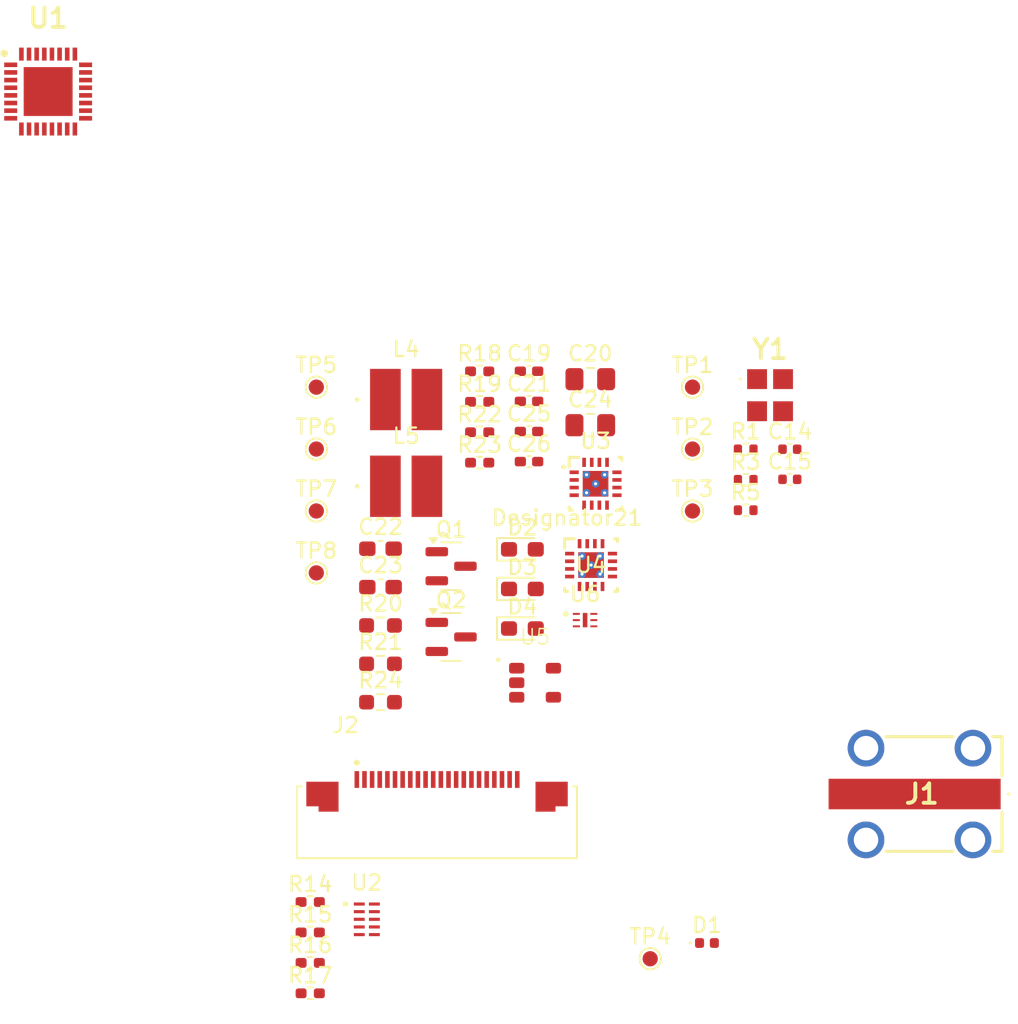
<source format=kicad_pcb>
(kicad_pcb (version 20240108) (generator "pcbnew") (generator_version "8.0")
  (layers (0 "F.Cu" signal) (31 "B.Cu" signal) (34 "B.Paste" user) (35 "F.Paste" user) (36 "B.SilkS" user "B.Silkscreen") (37 "F.SilkS" user "F.Silkscreen") (38 "B.Mask" user) (39 "F.Mask" user) (44 "Edge.Cuts" user))
  (net 0 "")
  (net 1 "Net-(U1-CAP_VDD)")
  (net 2 "+1V8")
  (net 3 "+3V3")
  (net 4 "+1V2")
  (net 5 "Net-(U1-SION)")
  (net 6 "/serializer/X1")
  (net 7 "GND")
  (net 8 "/serializer/X2")
  (net 9 "+12V")
  (net 10 "Net-(U3-SS_TR)")
  (net 11 "+5V")
  (net 12 "Net-(U4-SS_TR)")
  (net 13 "/GMSL_Connector/SIOP_COAX")
  (net 14 "Net-(D2-K)")
  (net 15 "Net-(D3-K)")
  (net 16 "Net-(D4-K)")
  (net 17 "/csi/CSI.D0_P")
  (net 18 "/csi/CSI.D0_N")
  (net 19 "/csi/CSI.CK_P")
  (net 20 "/csi/CAM_SDA")
  (net 21 "/csi/CSI.D3_P")
  (net 22 "/csi/CSI.D2_N")
  (net 23 "/csi/CSI.D2_P")
  (net 24 "/csi/CSI.D1_N")
  (net 25 "/csi/CAM_SCL")
  (net 26 "/csi/CSI.D3_N")
  (net 27 "/csi/CSI.D1_P")
  (net 28 "/csi/CSI.CK_N")
  (net 29 "Net-(L4-Pad1)")
  (net 30 "Net-(L5-Pad1)")
  (net 31 "Net-(Q1-D)")
  (net 32 "Net-(Q2-D)")
  (net 33 "Net-(C13-Pad1)")
  (net 34 "/serializer/XRES")
  (net 35 "/serializer/CFG0")
  (net 36 "/csi/I2C.SDA")
  (net 37 "/csi/I2C.SCL")
  (net 38 "Net-(U3-PG)")
  (net 39 "Net-(U4-PG)")
  (net 40 "Net-(U1-MFP0)")
  (net 41 "Net-(U1-MFP5)")
  (net 42 "Net-(U1-MFP6)")
  (net 43 "/serializer/PWDN")
  (net 44 "Net-(U1-MFP8)")
  (net 45 "/serializer/GPIO4")
  (net 46 "/serializer/CFG1")
  (net 47 "Net-(U1-MFP7)")
  (net 48 "/serializer/VREF")
  (net 49 "Net-(U1-MFP10)")
  (net 50 "Net-(U1-MFP9)")
  (net 51 "/serializer/GPIO3")
  (net 52 "Net-(U1-SIOP)")
  (footprint "Diode_SMD:D_0402_1005Metric" (layer "F.Cu") (at 146.09 104.745)
    (property "Reference" "D1" (at 0 -1.17 0) (layer "F.SilkS"))
    (property "Value" "~")
    (fp_circle (center -1.09 0) (end -1.04 0) (stroke (width 0.1)) (fill none) (layer "F.SilkS"))
    (pad "1" smd roundrect (at -0.485 0) (size 0.59 0.64) (layers "F.Cu" "F.Paste" "F.Mask") (net 7 "GND"))
    (pad "2" smd roundrect (at 0.485 0) (size 0.59 0.64) (layers "F.Cu" "F.Paste" "F.Mask") (net 13 "/GMSL_Connector/SIOP_COAX"))
  )
  (footprint "Resistor_SMD:R_0402_1005Metric_Pad0.72x0.64mm_HandSolder" (layer "F.Cu") (at 131.215 71.335)
    (property "Reference" "R22" (at 0 -1.17 0) (layer "F.SilkS"))
    (property "Value" "100k")
    (fp_line (start -0.167621 -0.38) (end 0.167621 -0.38) (stroke (width 0.12)) (layer "F.SilkS"))
    (fp_line (start -0.167621 0.38) (end 0.167621 0.38) (stroke (width 0.12)) (layer "F.SilkS"))
    (pad "1" smd roundrect (at -0.5975 0) (size 0.715 0.64) (layers "F.Cu" "F.Paste" "F.Mask") (net 4 "+1V2"))
    (pad "2" smd roundrect (at 0.5975 0) (size 0.715 0.64) (layers "F.Cu" "F.Paste" "F.Mask") (net 7 "GND"))
  )
  (footprint "Capacitor_SMD:C_0402_1005Metric" (layer "F.Cu") (at 151.515 74.415)
    (property "Reference" "C15" (at 0 -1.16 0) (layer "F.SilkS"))
    (property "Value" "13pF")
    (fp_line (start -0.107836 -0.36) (end 0.107836 -0.36) (stroke (width 0.12)) (layer "F.SilkS"))
    (fp_line (start -0.107836 0.36) (end 0.107836 0.36) (stroke (width 0.12)) (layer "F.SilkS"))
    (pad "1" smd roundrect (at -0.48 0) (size 0.56 0.62) (layers "F.Cu" "F.Paste" "F.Mask") (net 8 "/serializer/X2"))
    (pad "2" smd roundrect (at 0.48 0) (size 0.56 0.62) (layers "F.Cu" "F.Paste" "F.Mask") (net 7 "GND"))
  )
  (footprint "CameraServer_Footprints:PUSB3FR4Z" (layer "F.Cu") (at 123.8295 103.1956)
    (property "Reference" "U2" (at 0 -2.4 0) (layer "F.SilkS"))
    (property "Value" "PUSB3FR4Z")
    (fp_circle (center -1.4017 -1) (end -1.3001 -1) (stroke (width 0.1524)) (fill none) (layer "F.SilkS"))
    (pad "1" smd rect (at -0.4953 -1.000001) (size 0.7112 0.2032) (layers "F.Cu" "F.Paste" "F.Mask") (net 3 "+3V3"))
    (pad "2" smd rect (at -0.4953 -0.499999) (size 0.7112 0.2032) (layers "F.Cu" "F.Paste" "F.Mask") (net 3 "+3V3"))
    (pad "3" smd rect (at -0.4953 0) (size 0.7112 0.2032) (layers "F.Cu" "F.Paste" "F.Mask") (net 7 "GND"))
    (pad "4" smd rect (at -0.4953 0.499999) (size 0.7112 0.2032) (layers "F.Cu" "F.Paste" "F.Mask") (net 20 "/csi/CAM_SDA"))
    (pad "5" smd rect (at -0.4953 1.000001) (size 0.7112 0.2032) (layers "F.Cu" "F.Paste" "F.Mask") (net 25 "/csi/CAM_SCL"))
    (pad "6" smd rect (at 0.4953 1.000001) (size 0.7112 0.2032) (layers "F.Cu" "F.Paste" "F.Mask"))
    (pad "7" smd rect (at 0.4953 0.499999) (size 0.7112 0.2032) (layers "F.Cu" "F.Paste" "F.Mask"))
    (pad "8" smd rect (at 0.4953 0) (size 0.7112 0.2032) (layers "F.Cu" "F.Paste" "F.Mask") (net 7 "GND"))
    (pad "9" smd rect (at 0.4953 -0.499999) (size 0.7112 0.2032) (layers "F.Cu" "F.Paste" "F.Mask"))
    (pad "10" smd rect (at 0.4953 -1.000001) (size 0.7112 0.2032) (layers "F.Cu" "F.Paste" "F.Mask"))
  )
  (footprint "CameraServer_Footprints:IFSC1515AHER2R2M01" (layer "F.Cu") (at 126.4028 69.1968)
    (property "Reference" "L4" (at 0 -3.3 0) (layer "F.SilkS"))
    (property "Value" "2.2uH")
    (fp_circle (center -3.2004 0) (end -3.1242 0) (stroke (width 0.1524)) (fill none) (layer "F.SilkS"))
    (pad "1" smd rect (at -1.3589 0) (size 2.0066 4.0132) (layers "F.Cu" "F.Paste" "F.Mask") (net 29 "Net-(L4-Pad1)"))
    (pad "2" smd rect (at 1.3589 0) (size 2.0066 4.0132) (layers "F.Cu" "F.Paste" "F.Mask") (net 11 "+5V"))
  )
  (footprint "CameraServer_Footprints:IFSC1515AHER2R2M01" (layer "F.Cu") (at 126.4028 74.8704)
    (property "Reference" "L5" (at 0 -3.3 0) (layer "F.SilkS"))
    (property "Value" "2.2uH")
    (fp_circle (center -3.2004 0) (end -3.1242 0) (stroke (width 0.1524)) (fill none) (layer "F.SilkS"))
    (pad "1" smd rect (at -1.3589 0) (size 2.0066 4.0132) (layers "F.Cu" "F.Paste" "F.Mask") (net 30 "Net-(L5-Pad1)"))
    (pad "2" smd rect (at 1.3589 0) (size 2.0066 4.0132) (layers "F.Cu" "F.Paste" "F.Mask") (net 2 "+1V8"))
  )
  (footprint "TestPoint:TestPoint_Pad_D1.0mm" (layer "F.Cu") (at 120.525 68.385)
    (property "Reference" "TP5" (at 0 -1.448 0) (layer "F.SilkS"))
    (property "Value" "TestPoint")
    (fp_circle (center 0 0) (end 0 0.7) (stroke (width 0.12)) (fill none) (layer "F.SilkS"))
    (pad "1" smd circle (at 0 0) (size 1 1) (layers "F.Cu" "F.Mask") (net 38 "Net-(U3-PG)"))
  )
  (footprint "Capacitor_SMD:C_0805_2012Metric_Pad1.18x1.45mm_HandSolder" (layer "F.Cu") (at 138.455 70.875)
    (property "Reference" "C24" (at 0 -1.68 0) (layer "F.SilkS"))
    (property "Value" "10uF")
    (fp_line (start -0.261252 -0.735) (end 0.261252 -0.735) (stroke (width 0.12)) (layer "F.SilkS"))
    (fp_line (start -0.261252 0.735) (end 0.261252 0.735) (stroke (width 0.12)) (layer "F.SilkS"))
    (pad "1" smd roundrect (at -1.0375 0) (size 1.175 1.45) (layers "F.Cu" "F.Paste" "F.Mask") (roundrect_rratio 0.212766) (net 9 "+12V"))
    (pad "2" smd roundrect (at 1.0375 0) (size 1.175 1.45) (layers "F.Cu" "F.Paste" "F.Mask") (roundrect_rratio 0.212766) (net 7 "GND"))
  )
  (footprint "Snapeda:TDFN6_1P2X1P2_MCH" (layer "F.Cu") (at 138.1151 83.6247)
    (property "Reference" "U6" (at 0 -1.7 0) (layer "F.SilkS"))
    (property "Value" "MIC5528-3.3YMT-TR")
    (fp_circle (center -1.2573 -0.4064) (end -1.1557 -0.4064) (stroke (width 0.1524)) (fill none) (layer "F.SilkS"))
    (pad "1" smd rect (at -0.5715 -0.4064) (size 0.4572 0.127) (layers "F.Cu" "F.Paste" "F.Mask") (net 3 "+3V3"))
    (pad "2" smd rect (at -0.5715 0) (size 0.4572 0.127) (layers "F.Cu" "F.Paste" "F.Mask") (net 3 "+3V3"))
    (pad "3" smd rect (at -0.5715 0.4064) (size 0.4572 0.127) (layers "F.Cu" "F.Paste" "F.Mask") (net 7 "GND"))
    (pad "4" smd rect (at 0.5715 0.4064) (size 0.4572 0.127) (layers "F.Cu" "F.Paste" "F.Mask") (net 11 "+5V"))
    (pad "5" smd rect (at 0.5715 0) (size 0.4572 0.127) (layers "F.Cu" "F.Paste" "F.Mask"))
    (pad "6" smd rect (at 0.5715 -0.4064) (size 0.4572 0.127) (layers "F.Cu" "F.Paste" "F.Mask") (net 11 "+5V"))
    (pad "7" smd rect (at 0 0) (size 0.3 0.94) (layers "F.Cu" "F.Paste" "F.Mask") (net 7 "GND"))
  )
  (footprint "Capacitor_SMD:C_0603_1608Metric_Pad1.08x0.95mm_HandSolder" (layer "F.Cu") (at 124.725 78.955)
    (property "Reference" "C22" (at 0 -1.43 0) (layer "F.SilkS"))
    (property "Value" "22uF")
    (fp_line (start -0.146267 -0.51) (end 0.146267 -0.51) (stroke (width 0.12)) (layer "F.SilkS"))
    (fp_line (start -0.146267 0.51) (end 0.146267 0.51) (stroke (width 0.12)) (layer "F.SilkS"))
    (pad "1" smd roundrect (at -0.8625 0) (size 1.075 0.95) (layers "F.Cu" "F.Paste" "F.Mask") (net 11 "+5V"))
    (pad "2" smd roundrect (at 0.8625 0) (size 1.075 0.95) (layers "F.Cu" "F.Paste" "F.Mask") (net 7 "GND"))
  )
  (footprint "LED_SMD:LED_0603_1608Metric_Pad1.05x0.95mm_HandSolder" (layer "F.Cu") (at 134.01 81.585)
    (property "Reference" "D3" (at 0 -1.43 0) (layer "F.SilkS"))
    (property "Value" "GREEN")
    (fp_line (start -1.66 -0.735) (end -1.66 0.735) (stroke (width 0.12)) (layer "F.SilkS"))
    (fp_line (start -1.66 0.735) (end 0.8 0.735) (stroke (width 0.12)) (layer "F.SilkS"))
    (fp_line (start 0.8 -0.735) (end -1.66 -0.735) (stroke (width 0.12)) (layer "F.SilkS"))
    (pad "1" smd roundrect (at -0.875 0) (size 1.05 0.95) (layers "F.Cu" "F.Paste" "F.Mask") (net 15 "Net-(D3-K)"))
    (pad "2" smd roundrect (at 0.875 0) (size 1.05 0.95) (layers "F.Cu" "F.Paste" "F.Mask") (net 11 "+5V"))
  )
  (footprint "Snapeda:RGT0016C" (layer "F.Cu") (at 138.504995 80.025003)
    (property "Reference" "U4" (at 0 0 0) (layer "F.SilkS"))
    (property "Value" "TPS62131RGTT")
    (fp_line (start -1.724995 -1.725003) (end -1.099998 -1.725003) (stroke (width 0.2)) (layer "F.SilkS"))
    (fp_line (start -1.724995 -1.100003) (end -1.724995 -1.725003) (stroke (width 0.2)) (layer "F.SilkS"))
    (fp_line (start -1.724995 1.724998) (end -1.724995 1.525001) (stroke (width 0.2)) (layer "F.SilkS"))
    (fp_line (start -1.724995 1.724998) (end -1.524998 1.724998) (stroke (width 0.2)) (layer "F.SilkS"))
    (fp_line (start 1.525003 -1.725003) (end 1.725 -1.725003) (stroke (width 0.2)) (layer "F.SilkS"))
    (fp_line (start 1.525003 1.724998) (end 1.725 1.724998) (stroke (width 0.2)) (layer "F.SilkS"))
    (fp_line (start 1.725 -1.525006) (end 1.725 -1.725003) (stroke (width 0.2)) (layer "F.SilkS"))
    (fp_line (start 1.725 1.724998) (end 1.725 1.525001) (stroke (width 0.2)) (layer "F.SilkS"))
    (fp_text user "Designator21" (at -1.5748 -3.0988 0) (layer "F.SilkS"))
    (pad "1" smd rect (at -1.399997 -0.750004 90) (size 0.24 0.599999) (layers "F.Cu" "F.Paste" "F.Mask") (net 30 "Net-(L5-Pad1)"))
    (pad "2" smd rect (at -1.399997 -0.250005 90) (size 0.24 0.599999) (layers "F.Cu" "F.Paste" "F.Mask") (net 30 "Net-(L5-Pad1)"))
    (pad "3" smd rect (at -1.399997 0.249997 90) (size 0.24 0.599999) (layers "F.Cu" "F.Paste" "F.Mask") (net 30 "Net-(L5-Pad1)"))
    (pad "4" smd rect (at -1.399997 0.749996 90) (size 0.24 0.599999) (layers "F.Cu" "F.Paste" "F.Mask") (net 39 "Net-(U4-PG)"))
    (pad "5" smd rect (at -0.749996 1.399997) (size 0.24 0.599999) (layers "F.Cu" "F.Paste" "F.Mask") (net 7 "GND"))
    (pad "6" smd rect (at -0.249997 1.399997) (size 0.24 0.599999) (layers "F.Cu" "F.Paste" "F.Mask") (net 7 "GND"))
    (pad "7" smd rect (at 0.250005 1.399997) (size 0.24 0.599999) (layers "F.Cu" "F.Paste" "F.Mask") (net 7 "GND"))
    (pad "8" smd rect (at 0.750004 1.399997) (size 0.24 0.599999) (layers "F.Cu" "F.Paste" "F.Mask") (net 7 "GND"))
    (pad "9" smd rect (at 1.400002 0.749996 90) (size 0.24 0.599999) (layers "F.Cu" "F.Paste" "F.Mask") (net 12 "Net-(U4-SS_TR)"))
    (pad "10" smd rect (at 1.400002 0.249997 90) (size 0.24 0.599999) (layers "F.Cu" "F.Paste" "F.Mask") (net 9 "+12V"))
    (pad "11" smd rect (at 1.400002 -0.250005 90) (size 0.24 0.599999) (layers "F.Cu" "F.Paste" "F.Mask") (net 9 "+12V"))
    (pad "12" smd rect (at 1.400002 -0.750004 90) (size 0.24 0.599999) (layers "F.Cu" "F.Paste" "F.Mask") (net 9 "+12V"))
    (pad "13" smd rect (at 0.750004 -1.400002) (size 0.24 0.599999) (layers "F.Cu" "F.Paste" "F.Mask") (net 9 "+12V"))
    (pad "14" smd rect (at 0.250005 -1.400002) (size 0.24 0.599999) (layers "F.Cu" "F.Paste" "F.Mask") (net 2 "+1V8"))
    (pad "15" smd rect (at -0.249997 -1.400002) (size 0.24 0.599999) (layers "F.Cu" "F.Paste" "F.Mask") (net 7 "GND"))
    (pad "16" smd rect (at -0.749996 -1.400002) (size 0.24 0.599999) (layers "F.Cu" "F.Paste" "F.Mask") (net 7 "GND"))
    (pad "17" smd rect (at 0.000005 -0.000003) (size 1.679999 1.679999) (layers "F.Cu" "F.Mask") (net 7 "GND"))
    (pad "18" thru_hole circle (at 0.590001 -0.590001) (size 0.499999 0.499999) (drill 0.2032) (layers "*.Cu" "*.Mask"))
    (pad "19" thru_hole circle (at 0.590001 0.589996) (size 0.499999 0.499999) (drill 0.2032) (layers "*.Cu" "*.Mask"))
    (pad "20" thru_hole circle (at -0.589996 0.589996) (size 0.499999 0.499999) (drill 0.2032) (layers "*.Cu" "*.Mask"))
    (pad "21" thru_hole circle (at -0.589996 -0.590001) (size 0.499999 0.499999) (drill 0.2032) (layers "*.Cu" "*.Mask"))
    (pad "22" thru_hole circle (at 0.000003 -0.000003) (size 0.499999 0.499999) (drill 0.2032) (layers "*.Cu" "*.Mask"))
  )
  (footprint "TestPoint:TestPoint_Pad_D1.0mm" (layer "F.Cu") (at 142.375 105.775)
    (property "Reference" "TP4" (at 0 -1.448 0) (layer "F.SilkS"))
    (property "Value" "TestPoint")
    (fp_circle (center 0 0) (end 0 0.7) (stroke (width 0.12)) (fill none) (layer "F.SilkS"))
    (pad "1" smd circle (at 0 0) (size 1 1) (layers "F.Cu" "F.Mask") (net 9 "+12V"))
  )
  (footprint "CameraServer_Footprints:7-2287906-0" (layer "F.Cu") (at 159.68 95)
    (property "Reference" "J1" (at 0.47 0 0) (layer "F.SilkS") (effects (font (size 1.27 1.27) (thickness 0.254))))
    (property "Value" "~" (hide yes))
    (fp_line (start -1.88 3.75) (end 2.52 3.75) (stroke (width 0.2)) (layer "F.SilkS"))
    (fp_line (start 2.52 -3.75) (end -1.88 -3.75) (stroke (width 0.2)) (layer "F.SilkS"))
    (fp_line (start 5.12 3.75) (end 5.72 3.75) (stroke (width 0.2)) (layer "F.SilkS"))
    (fp_line (start 5.72 -3.75) (end 5.12 -3.75) (stroke (width 0.2)) (layer "F.SilkS"))
    (fp_line (start 5.72 -1.2) (end 5.72 -3.75) (stroke (width 0.2)) (layer "F.SilkS"))
    (fp_line (start 5.72 3.75) (end 5.72 1.2) (stroke (width 0.2)) (layer "F.SilkS"))
    (fp_line (start 6.12 0) (end 6.12 0) (stroke (width 0.1)) (layer "F.SilkS"))
    (fp_line (start 6.22 0) (end 6.22 0) (stroke (width 0.1)) (layer "F.SilkS"))
    (fp_arc (start 6.12 0) (mid 6.17 -0.05) (end 6.22 0) (stroke (width 0.1)) (layer "F.SilkS"))
    (fp_arc (start 6.22 0) (mid 6.17 0.05) (end 6.12 0) (stroke (width 0.1)) (layer "F.SilkS"))
    (pad "1" smd rect (at 0 0 90) (size 2 11.26) (layers "F.Cu" "F.Paste" "F.Mask") (net 13 "/GMSL_Connector/SIOP_COAX"))
    (pad "2" thru_hole circle (at -3.18 -3) (size 2.4 2.4) (drill 1.6) (layers "*.Cu" "*.Mask") (net 7 "GND"))
    (pad "3" thru_hole circle (at -3.18 3) (size 2.4 2.4) (drill 1.6) (layers "*.Cu" "*.Mask"))
    (pad "4" thru_hole circle (at 3.82 3) (size 2.4 2.4) (drill 1.6) (layers "*.Cu" "*.Mask"))
    (pad "5" thru_hole circle (at 3.82 -3) (size 2.4 2.4) (drill 1.6) (layers "*.Cu" "*.Mask"))
  )
  (footprint "Capacitor_SMD:C_0402_1005Metric" (layer "F.Cu") (at 151.515 72.445)
    (property "Reference" "C14" (at 0 -1.16 0) (layer "F.SilkS"))
    (property "Value" "13pF")
    (fp_line (start -0.107836 -0.36) (end 0.107836 -0.36) (stroke (width 0.12)) (layer "F.SilkS"))
    (fp_line (start -0.107836 0.36) (end 0.107836 0.36) (stroke (width 0.12)) (layer "F.SilkS"))
    (pad "1" smd roundrect (at -0.48 0) (size 0.56 0.62) (layers "F.Cu" "F.Paste" "F.Mask") (net 6 "/serializer/X1"))
    (pad "2" smd roundrect (at 0.48 0) (size 0.56 0.62) (layers "F.Cu" "F.Paste" "F.Mask") (net 7 "GND"))
  )
  (footprint "Resistor_SMD:R_0603_1608Metric_Pad0.98x0.95mm_HandSolder" (layer "F.Cu") (at 124.725 86.485)
    (property "Reference" "R21" (at 0 -1.43 0) (layer "F.SilkS"))
    (property "Value" "820")
    (fp_line (start -0.254724 -0.5225) (end 0.254724 -0.5225) (stroke (width 0.12)) (layer "F.SilkS"))
    (fp_line (start -0.254724 0.5225) (end 0.254724 0.5225) (stroke (width 0.12)) (layer "F.SilkS"))
    (pad "1" smd roundrect (at -0.9125 0) (size 0.975 0.95) (layers "F.Cu" "F.Paste" "F.Mask") (net 15 "Net-(D3-K)"))
    (pad "2" smd roundrect (at 0.9125 0) (size 0.975 0.95) (layers "F.Cu" "F.Paste" "F.Mask") (net 31 "Net-(Q1-D)"))
  )
  (footprint "Package_TO_SOT_SMD:SOT-23" (layer "F.Cu") (at 129.345 80.1)
    (property "Reference" "Q1" (at 0 -2.4 0) (layer "F.SilkS"))
    (property "Value" "BSS138")
    (fp_line (start 0 -1.56) (end -0.65 -1.56) (stroke (width 0.12)) (layer "F.SilkS"))
    (fp_line (start 0 -1.56) (end 0.65 -1.56) (stroke (width 0.12)) (layer "F.SilkS"))
    (fp_line (start 0 1.56) (end -0.65 1.56) (stroke (width 0.12)) (layer "F.SilkS"))
    (fp_line (start 0 1.56) (end 0.65 1.56) (stroke (width 0.12)) (layer "F.SilkS"))
    (fp_poly (pts (xy -1.1625 -1.51) (xy -1.4025 -1.84) (xy -0.9225 -1.84) (xy -1.1625 -1.51)) (stroke (width 0.12)) (fill solid) (layer "F.SilkS"))
    (pad "1" smd roundrect (at -0.9375 -0.95) (size 1.475 0.6) (layers "F.Cu" "F.Paste" "F.Mask") (net 4 "+1V2"))
    (pad "2" smd roundrect (at -0.9375 0.95) (size 1.475 0.6) (layers "F.Cu" "F.Paste" "F.Mask") (net 7 "GND"))
    (pad "3" smd roundrect (at 0.9375 0) (size 1.475 0.6) (layers "F.Cu" "F.Paste" "F.Mask") (net 31 "Net-(Q1-D)"))
  )
  (footprint "TestPoint:TestPoint_Pad_D1.0mm" (layer "F.Cu") (at 120.525 76.485)
    (property "Reference" "TP7" (at 0 -1.448 0) (layer "F.SilkS"))
    (property "Value" "TestPoint")
    (fp_circle (center 0 0) (end 0 0.7) (stroke (width 0.12)) (fill none) (layer "F.SilkS"))
    (pad "1" smd circle (at 0 0) (size 1 1) (layers "F.Cu" "F.Mask") (net 39 "Net-(U4-PG)"))
  )
  (footprint "Capacitor_SMD:C_0603_1608Metric_Pad1.08x0.95mm_HandSolder" (layer "F.Cu") (at 124.725 81.465)
    (property "Reference" "C23" (at 0 -1.43 0) (layer "F.SilkS"))
    (property "Value" "22uF")
    (fp_line (start -0.146267 -0.51) (end 0.146267 -0.51) (stroke (width 0.12)) (layer "F.SilkS"))
    (fp_line (start -0.146267 0.51) (end 0.146267 0.51) (stroke (width 0.12)) (layer "F.SilkS"))
    (pad "1" smd roundrect (at -0.8625 0) (size 1.075 0.95) (layers "F.Cu" "F.Paste" "F.Mask") (net 2 "+1V8"))
    (pad "2" smd roundrect (at 0.8625 0) (size 1.075 0.95) (layers "F.Cu" "F.Paste" "F.Mask") (net 7 "GND"))
  )
  (footprint "Resistor_SMD:R_0603_1608Metric_Pad0.98x0.95mm_HandSolder" (layer "F.Cu") (at 124.725 83.975)
    (property "Reference" "R20" (at 0 -1.43 0) (layer "F.SilkS"))
    (property "Value" "330")
    (fp_line (start -0.254724 -0.5225) (end 0.254724 -0.5225) (stroke (width 0.12)) (layer "F.SilkS"))
    (fp_line (start -0.254724 0.5225) (end 0.254724 0.5225) (stroke (width 0.12)) (layer "F.SilkS"))
    (pad "1" smd roundrect (at -0.9125 0) (size 0.975 0.95) (layers "F.Cu" "F.Paste" "F.Mask") (net 14 "Net-(D2-K)"))
    (pad "2" smd roundrect (at 0.9125 0) (size 0.975 0.95) (layers "F.Cu" "F.Paste" "F.Mask") (net 7 "GND"))
  )
  (footprint "Resistor_SMD:R_0402_1005Metric_Pad0.72x0.64mm_HandSolder" (layer "F.Cu") (at 120.125 102.065)
    (property "Reference" "R14" (at 0 -1.17 0) (layer "F.SilkS"))
    (property "Value" "100")
    (fp_line (start -0.167621 -0.38) (end 0.167621 -0.38) (stroke (width 0.12)) (layer "F.SilkS"))
    (fp_line (start -0.167621 0.38) (end 0.167621 0.38) (stroke (width 0.12)) (layer "F.SilkS"))
    (pad "1" smd roundrect (at -0.5975 0) (size 0.715 0.64) (layers "F.Cu" "F.Paste" "F.Mask") (net 20 "/csi/CAM_SDA"))
    (pad "2" smd roundrect (at 0.5975 0) (size 0.715 0.64) (layers "F.Cu" "F.Paste" "F.Mask") (net 36 "/csi/I2C.SDA"))
  )
  (footprint "Resistor_SMD:R_0402_1005Metric" (layer "F.Cu") (at 148.625 72.455)
    (property "Reference" "R1" (at 0 -1.17 0) (layer "F.SilkS"))
    (property "Value" "49.9")
    (fp_line (start -0.153641 -0.38) (end 0.153641 -0.38) (stroke (width 0.12)) (layer "F.SilkS"))
    (fp_line (start -0.153641 0.38) (end 0.153641 0.38) (stroke (width 0.12)) (layer "F.SilkS"))
    (pad "1" smd roundrect (at -0.51 0) (size 0.54 0.64) (layers "F.Cu" "F.Paste" "F.Mask") (net 33 "Net-(C13-Pad1)"))
    (pad "2" smd roundrect (at 0.51 0) (size 0.54 0.64) (layers "F.Cu" "F.Paste" "F.Mask") (net 7 "GND"))
  )
  (footprint "Package_TO_SOT_SMD:SOT-23" (layer "F.Cu") (at 129.345 84.725)
    (property "Reference" "Q2" (at 0 -2.4 0) (layer "F.SilkS"))
    (property "Value" "BSS138")
    (fp_line (start 0 -1.56) (end -0.65 -1.56) (stroke (width 0.12)) (layer "F.SilkS"))
    (fp_line (start 0 -1.56) (end 0.65 -1.56) (stroke (width 0.12)) (layer "F.SilkS"))
    (fp_line (start 0 1.56) (end -0.65 1.56) (stroke (width 0.12)) (layer "F.SilkS"))
    (fp_line (start 0 1.56) (end 0.65 1.56) (stroke (width 0.12)) (layer "F.SilkS"))
    (fp_poly (pts (xy -1.1625 -1.51) (xy -1.4025 -1.84) (xy -0.9225 -1.84) (xy -1.1625 -1.51)) (stroke (width 0.12)) (fill solid) (layer "F.SilkS"))
    (pad "1" smd roundrect (at -0.9375 -0.95) (size 1.475 0.6) (layers "F.Cu" "F.Paste" "F.Mask") (net 2 "+1V8"))
    (pad "2" smd roundrect (at -0.9375 0.95) (size 1.475 0.6) (layers "F.Cu" "F.Paste" "F.Mask") (net 7 "GND"))
    (pad "3" smd roundrect (at 0.9375 0) (size 1.475 0.6) (layers "F.Cu" "F.Paste" "F.Mask") (net 32 "Net-(Q2-D)"))
  )
  (footprint "Resistor_SMD:R_0402_1005Metric_Pad0.72x0.64mm_HandSolder" (layer "F.Cu") (at 131.215 69.345)
    (property "Reference" "R19" (at 0 -1.17 0) (layer "F.SilkS"))
    (property "Value" "100k")
    (fp_line (start -0.167621 -0.38) (end 0.167621 -0.38) (stroke (width 0.12)) (layer "F.SilkS"))
    (fp_line (start -0.167621 0.38) (end 0.167621 0.38) (stroke (width 0.12)) (layer "F.SilkS"))
    (pad "1" smd roundrect (at -0.5975 0) (size 0.715 0.64) (layers "F.Cu" "F.Paste" "F.Mask") (net 2 "+1V8"))
    (pad "2" smd roundrect (at 0.5975 0) (size 0.715 0.64) (layers "F.Cu" "F.Paste" "F.Mask") (net 39 "Net-(U4-PG)"))
  )
  (footprint "Capacitor_SMD:C_0402_1005Metric_Pad0.74x0.62mm_HandSolder" (layer "F.Cu") (at 134.445 69.315)
    (property "Reference" "C21" (at 0 -1.16 0) (layer "F.SilkS"))
    (property "Value" "3.3nF")
    (fp_line (start -0.115835 -0.36) (end 0.115835 -0.36) (stroke (width 0.12)) (layer "F.SilkS"))
    (fp_line (start -0.115835 0.36) (end 0.115835 0.36) (stroke (width 0.12)) (layer "F.SilkS"))
    (pad "1" smd roundrect (at -0.5675 0) (size 0.735 0.62) (layers "F.Cu" "F.Paste" "F.Mask") (net 7 "GND"))
    (pad "2" smd roundrect (at 0.5675 0) (size 0.735 0.62) (layers "F.Cu" "F.Paste" "F.Mask") (net 10 "Net-(U3-SS_TR)"))
  )
  (footprint "CameraServer_Footprints:F32Q-1A7H1-11022" (layer "F.Cu") (at 128.425 96.85)
    (property "Reference" "J2" (at -5.9775 -6.35 0) (layer "F.SilkS"))
    (property "Value" "F32Q-1A7H1-11022")
    (fp_line (start -9.15 -2.35) (end -9.15 2.35) (stroke (width 0.127)) (layer "F.SilkS"))
    (fp_line (start -9.15 2.35) (end 9.15 2.35) (stroke (width 0.127)) (layer "F.SilkS"))
    (fp_line (start -8.87 -2.35) (end -9.15 -2.35) (stroke (width 0.127)) (layer "F.SilkS"))
    (fp_line (start 9.15 -2.35) (end 8.87 -2.35) (stroke (width 0.127)) (layer "F.SilkS"))
    (fp_line (start 9.15 2.35) (end 9.15 -2.35) (stroke (width 0.127)) (layer "F.SilkS"))
    (fp_circle (center -5.25 -3.9) (end -5.15 -3.9) (stroke (width 0.2)) (fill none) (layer "F.SilkS"))
    (pad "1" smd rect (at -5.25 -2.8) (size 0.3 1.1) (layers "F.Cu" "F.Paste" "F.Mask") (net 7 "GND"))
    (pad "2" smd rect (at -4.75 -2.8) (size 0.3 1.1) (layers "F.Cu" "F.Paste" "F.Mask") (net 18 "/csi/CSI.D0_N"))
    (pad "3" smd rect (at -4.25 -2.8) (size 0.3 1.1) (layers "F.Cu" "F.Paste" "F.Mask") (net 17 "/csi/CSI.D0_P"))
    (pad "4" smd rect (at -3.75 -2.8) (size 0.3 1.1) (layers "F.Cu" "F.Paste" "F.Mask") (net 7 "GND"))
    (pad "5" smd rect (at -3.25 -2.8) (size 0.3 1.1) (layers "F.Cu" "F.Paste" "F.Mask") (net 24 "/csi/CSI.D1_N"))
    (pad "6" smd rect (at -2.75 -2.8) (size 0.3 1.1) (layers "F.Cu" "F.Paste" "F.Mask") (net 27 "/csi/CSI.D1_P"))
    (pad "7" smd rect (at -2.25 -2.8) (size 0.3 1.1) (layers "F.Cu" "F.Paste" "F.Mask") (net 7 "GND"))
    (pad "8" smd rect (at -1.75 -2.8) (size 0.3 1.1) (layers "F.Cu" "F.Paste" "F.Mask") (net 28 "/csi/CSI.CK_N"))
    (pad "9" smd rect (at -1.25 -2.8) (size 0.3 1.1) (layers "F.Cu" "F.Paste" "F.Mask") (net 19 "/csi/CSI.CK_P"))
    (pad "10" smd rect (at -0.75 -2.8) (size 0.3 1.1) (layers "F.Cu" "F.Paste" "F.Mask") (net 7 "GND"))
    (pad "11" smd rect (at -0.25 -2.8) (size 0.3 1.1) (layers "F.Cu" "F.Paste" "F.Mask") (net 22 "/csi/CSI.D2_N"))
    (pad "12" smd rect (at 0.25 -2.8) (size 0.3 1.1) (layers "F.Cu" "F.Paste" "F.Mask") (net 23 "/csi/CSI.D2_P"))
    (pad "13" smd rect (at 0.75 -2.8) (size 0.3 1.1) (layers "F.Cu" "F.Paste" "F.Mask") (net 7 "GND"))
    (pad "14" smd rect (at 1.25 -2.8) (size 0.3 1.1) (layers "F.Cu" "F.Paste" "F.Mask") (net 26 "/csi/CSI.D3_N"))
    (pad "15" smd rect (at 1.75 -2.8) (size 0.3 1.1) (layers "F.Cu" "F.Paste" "F.Mask") (net 21 "/csi/CSI.D3_P"))
    (pad "16" smd rect (at 2.25 -2.8) (size 0.3 1.1) (layers "F.Cu" "F.Paste" "F.Mask") (net 7 "GND"))
    (pad "17" smd rect (at 2.75 -2.8) (size 0.3 1.1) (layers "F.Cu" "F.Paste" "F.Mask") (net 3 "+3V3"))
    (pad "18" smd rect (at 3.25 -2.8) (size 0.3 1.1) (layers "F.Cu" "F.Paste" "F.Mask") (net 3 "+3V3"))
    (pad "19" smd rect (at 3.75 -2.8) (size 0.3 1.1) (layers "F.Cu" "F.Paste" "F.Mask") (net 7 "GND"))
    (pad "20" smd rect (at 4.25 -2.8) (size 0.3 1.1) (layers "F.Cu" "F.Paste" "F.Mask") (net 25 "/csi/CAM_SCL"))
    (pad "21" smd rect (at 4.75 -2.8) (size 0.3 1.1) (layers "F.Cu" "F.Paste" "F.Mask") (net 20 "/csi/CAM_SDA"))
    (pad "22" smd rect (at 5.25 -2.8) (size 0.3 1.1) (layers "F.Cu" "F.Paste" "F.Mask") (net 3 "+3V3"))
    (pad "SH1" smd custom (at -7.5 -1.8) (size 1 1) (layers "F.Cu") (options (clearance outline) (anchor rect)) (primitives (gr_poly (pts (xy -1.05 -0.85) (xy 1.05 -0.85) (xy 1.05 1.1) (xy -0.25 1.1) (xy -0.25 0.75) (xy -1.05 0.75)) (width 0.01) (fill yes))))
    (pad "SH2" smd custom (at 7.5 -1.8) (size 1 1) (layers "F.Cu") (options (clearance outline) (anchor rect)) (primitives (gr_poly (pts (xy -1.05 -0.85) (xy -1.05 1.1) (xy 0.25 1.1) (xy 0.25 0.75) (xy 1.05 0.75) (xy 1.05 -0.85)) (width 0.01) (fill yes))))
  )
  (footprint "LED_SMD:LED_0603_1608Metric_Pad1.05x0.95mm_HandSolder" (layer "F.Cu") (at 134.01 84.175)
    (property "Reference" "D4" (at 0 -1.43 0) (layer "F.SilkS"))
    (property "Value" "GREEN")
    (fp_line (start -1.66 -0.735) (end -1.66 0.735) (stroke (width 0.12)) (layer "F.SilkS"))
    (fp_line (start -1.66 0.735) (end 0.8 0.735) (stroke (width 0.12)) (layer "F.SilkS"))
    (fp_line (start 0.8 -0.735) (end -1.66 -0.735) (stroke (width 0.12)) (layer "F.SilkS"))
    (pad "1" smd roundrect (at -0.875 0) (size 1.05 0.95) (layers "F.Cu" "F.Paste" "F.Mask") (net 16 "Net-(D4-K)"))
    (pad "2" smd roundrect (at 0.875 0) (size 1.05 0.95) (layers "F.Cu" "F.Paste" "F.Mask") (net 11 "+5V"))
  )
  (footprint "TestPoint:TestPoint_Pad_D1.0mm" (layer "F.Cu") (at 120.525 80.535)
    (property "Reference" "TP8" (at 0 -1.448 0) (layer "F.SilkS"))
    (property "Value" "TestPoint")
    (fp_circle (center 0 0) (end 0 0.7) (stroke (width 0.12)) (fill none) (layer "F.SilkS"))
    (pad "1" smd circle (at 0 0) (size 1 1) (layers "F.Cu" "F.Mask") (net 7 "GND"))
  )
  (footprint "Capacitor_SMD:C_0402_1005Metric_Pad0.74x0.62mm_HandSolder" (layer "F.Cu") (at 134.445 73.255)
    (property "Reference" "C26" (at 0 -1.16 0) (layer "F.SilkS"))
    (property "Value" "3.3nF")
    (fp_line (start -0.115835 -0.36) (end 0.115835 -0.36) (stroke (width 0.12)) (layer "F.SilkS"))
    (fp_line (start -0.115835 0.36) (end 0.115835 0.36) (stroke (width 0.12)) (layer "F.SilkS"))
    (pad "1" smd roundrect (at -0.5675 0) (size 0.735 0.62) (layers "F.Cu" "F.Paste" "F.Mask") (net 7 "GND"))
    (pad "2" smd roundrect (at 0.5675 0) (size 0.735 0.62) (layers "F.Cu" "F.Paste" "F.Mask") (net 12 "Net-(U4-SS_TR)"))
  )
  (footprint "Resistor_SMD:R_0402_1005Metric" (layer "F.Cu") (at 148.625 74.445)
    (property "Reference" "R3" (at 0 -1.17 0) (layer "F.SilkS"))
    (property "Value" "402")
    (fp_line (start -0.153641 -0.38) (end 0.153641 -0.38) (stroke (width 0.12)) (layer "F.SilkS"))
    (fp_line (start -0.153641 0.38) (end 0.153641 0.38) (stroke (width 0.12)) (layer "F.SilkS"))
    (pad "1" smd roundrect (at -0.51 0) (size 0.54 0.64) (layers "F.Cu" "F.Paste" "F.Mask") (net 7 "GND"))
    (pad "2" smd roundrect (at 0.51 0) (size 0.54 0.64) (layers "F.Cu" "F.Paste" "F.Mask") (net 34 "/serializer/XRES"))
  )
  (footprint "TestPoint:TestPoint_Pad_D1.0mm" (layer "F.Cu") (at 120.525 72.435)
    (property "Reference" "TP6" (at 0 -1.448 0) (layer "F.SilkS"))
    (property "Value" "TestPoint")
    (fp_circle (center 0 0) (end 0 0.7) (stroke (width 0.12)) (fill none) (layer "F.SilkS"))
    (pad "1" smd circle (at 0 0) (size 1 1) (layers "F.Cu" "F.Mask") (net 7 "GND"))
  )
  (footprint "TestPoint:TestPoint_Pad_D1.0mm" (layer "F.Cu") (at 145.145 68.385)
    (property "Reference" "TP1" (at 0 -1.448 0) (layer "F.SilkS"))
    (property "Value" "TestPoint")
    (fp_circle (center 0 0) (end 0 0.7) (stroke (width 0.12)) (fill none) (layer "F.SilkS"))
    (pad "1" smd circle (at 0 0) (size 1 1) (layers "F.Cu" "F.Mask") (net 40 "Net-(U1-MFP0)"))
  )
  (footprint "LED_SMD:LED_0603_1608Metric_Pad1.05x0.95mm_HandSolder" (layer "F.Cu") (at 134.01 78.995)
    (property "Reference" "D2" (at 0 -1.43 0) (layer "F.SilkS"))
    (property "Value" "GREEN")
    (fp_line (start -1.66 -0.735) (end -1.66 0.735) (stroke (width 0.12)) (layer "F.SilkS"))
    (fp_line (start -1.66 0.735) (end 0.8 0.735) (stroke (width 0.12)) (layer "F.SilkS"))
    (fp_line (start 0.8 -0.735) (end -1.66 -0.735) (stroke (width 0.12)) (layer "F.SilkS"))
    (pad "1" smd roundrect (at -0.875 0) (size 1.05 0.95) (layers "F.Cu" "F.Paste" "F.Mask") (net 14 "Net-(D2-K)"))
    (pad "2" smd roundrect (at 0.875 0) (size 1.05 0.95) (layers "F.Cu" "F.Paste" "F.Mask") (net 3 "+3V3"))
  )
  (footprint "Resistor_SMD:R_0402_1005Metric_Pad0.72x0.64mm_HandSolder" (layer "F.Cu") (at 131.215 67.355)
    (property "Reference" "R18" (at 0 -1.17 0) (layer "F.SilkS"))
    (property "Value" "100k")
    (fp_line (start -0.167621 -0.38) (end 0.167621 -0.38) (stroke (width 0.12)) (layer "F.SilkS"))
    (fp_line (start -0.167621 0.38) (end 0.167621 0.38) (stroke (width 0.12)) (layer "F.SilkS"))
    (pad "1" smd roundrect (at -0.5975 0) (size 0.715 0.64) (layers "F.Cu" "F.Paste" "F.Mask") (net 11 "+5V"))
    (pad "2" smd roundrect (at 0.5975 0) (size 0.715 0.64) (layers "F.Cu" "F.Paste" "F.Mask") (net 38 "Net-(U3-PG)"))
  )
  (footprint "Capacitor_SMD:C_0402_1005Metric_Pad0.74x0.62mm_HandSolder" (layer "F.Cu") (at 134.445 71.285)
    (property "Reference" "C25" (at 0 -1.16 0) (layer "F.SilkS"))
    (property "Value" "0.1uF")
    (fp_line (start -0.115835 -0.36) (end 0.115835 -0.36) (stroke (width 0.12)) (layer "F.SilkS"))
    (fp_line (start -0.115835 0.36) (end 0.115835 0.36) (stroke (width 0.12)) (layer "F.SilkS"))
    (pad "1" smd roundrect (at -0.5675 0) (size 0.735 0.62) (layers "F.Cu" "F.Paste" "F.Mask") (net 9 "+12V"))
    (pad "2" smd roundrect (at 0.5675 0) (size 0.735 0.62) (layers "F.Cu" "F.Paste" "F.Mask") (net 7 "GND"))
  )
  (footprint "Capacitor_SMD:C_0805_2012Metric_Pad1.18x1.45mm_HandSolder" (layer "F.Cu") (at 138.455 67.865)
    (property "Reference" "C20" (at 0 -1.68 0) (layer "F.SilkS"))
    (property "Value" "10uF")
    (fp_line (start -0.261252 -0.735) (end 0.261252 -0.735) (stroke (width 0.12)) (layer "F.SilkS"))
    (fp_line (start -0.261252 0.735) (end 0.261252 0.735) (stroke (width 0.12)) (layer "F.SilkS"))
    (pad "1" smd roundrect (at -1.0375 0) (size 1.175 1.45) (layers "F.Cu" "F.Paste" "F.Mask") (roundrect_rratio 0.212766) (net 9 "+12V"))
    (pad "2" smd roundrect (at 1.0375 0) (size 1.175 1.45) (layers "F.Cu" "F.Paste" "F.Mask") (roundrect_rratio 0.212766) (net 7 "GND"))
  )
  (footprint "Resistor_SMD:R_0603_1608Metric_Pad0.98x0.95mm_HandSolder" (layer "F.Cu") (at 124.725 88.995)
    (property "Reference" "R24" (at 0 -1.43 0) (layer "F.SilkS"))
    (property "Value" "820")
    (fp_line (start -0.254724 -0.5225) (end 0.254724 -0.5225) (stroke (width 0.12)) (layer "F.SilkS"))
    (fp_line (start -0.254724 0.5225) (end 0.254724 0.5225) (stroke (width 0.12)) (layer "F.SilkS"))
    (pad "1" smd roundrect (at -0.9125 0) (size 0.975 0.95) (layers "F.Cu" "F.Paste" "F.Mask") (net 16 "Net-(D4-K)"))
    (pad "2" smd roundrect (at 0.9125 0) (size 0.975 0.95) (layers "F.Cu" "F.Paste" "F.Mask") (net 32 "Net-(Q2-D)"))
  )
  (footprint "TestPoint:TestPoint_Pad_D1.0mm" (layer "F.Cu") (at 145.145 72.435)
    (property "Reference" "TP2" (at 0 -1.448 0) (layer "F.SilkS"))
    (property "Value" "TestPoint")
    (fp_circle (center 0 0) (end 0 0.7) (stroke (width 0.12)) (fill none) (layer "F.SilkS"))
    (pad "1" smd circle (at 0 0) (size 1 1) (layers "F.Cu" "F.Mask") (net 41 "Net-(U1-MFP5)"))
  )
  (footprint "TestPoint:TestPoint_Pad_D1.0mm" (layer "F.Cu") (at 145.145 76.485)
    (property "Reference" "TP3" (at 0 -1.448 0) (layer "F.SilkS"))
    (property "Value" "TestPoint")
    (fp_circle (center 0 0) (end 0 0.7) (stroke (width 0.12)) (fill none) (layer "F.SilkS"))
    (pad "1" smd circle (at 0 0) (size 1 1) (layers "F.Cu" "F.Mask") (net 42 "Net-(U1-MFP6)"))
  )
  (footprint "Capacitor_SMD:C_0402_1005Metric_Pad0.74x0.62mm_HandSolder" (layer "F.Cu") (at 134.445 67.345)
    (property "Reference" "C19" (at 0 -1.16 0) (layer "F.SilkS"))
    (property "Value" "0.1uF")
    (fp_line (start -0.115835 -0.36) (end 0.115835 -0.36) (stroke (width 0.12)) (layer "F.SilkS"))
    (fp_line (start -0.115835 0.36) (end 0.115835 0.36) (stroke (width 0.12)) (layer "F.SilkS"))
    (pad "1" smd roundrect (at -0.5675 0) (size 0.735 0.62) (layers "F.Cu" "F.Paste" "F.Mask") (net 9 "+12V"))
    (pad "2" smd roundrect (at 0.5675 0) (size 0.735 0.62) (layers "F.Cu" "F.Paste" "F.Mask") (net 7 "GND"))
  )
  (footprint "Resistor_SMD:R_0402_1005Metric_Pad0.72x0.64mm_HandSolder" (layer "F.Cu") (at 120.125 106.045)
    (property "Reference" "R16" (at 0 -1.17 0) (layer "F.SilkS"))
    (property "Value" "4k7")
    (fp_line (start -0.167621 -0.38) (end 0.167621 -0.38) (stroke (width 0.12)) (layer "F.SilkS"))
    (fp_line (start -0.167621 0.38) (end 0.167621 0.38) (stroke (width 0.12)) (layer "F.SilkS"))
    (pad "1" smd roundrect (at -0.5975 0) (size 0.715 0.64) (layers "F.Cu" "F.Paste" "F.Mask") (net 36 "/csi/I2C.SDA"))
    (pad "2" smd roundrect (at 0.5975 0) (size 0.715 0.64) (layers "F.Cu" "F.Paste" "F.Mask") (net 3 "+3V3"))
  )
  (footprint "Resistor_SMD:R_0402_1005Metric" (layer "F.Cu") (at 148.625 76.435)
    (property "Reference" "R5" (at 0 -1.17 0) (layer "F.SilkS"))
    (property "Value" "10k")
    (fp_line (start -0.153641 -0.38) (end 0.153641 -0.38) (stroke (width 0.12)) (layer "F.SilkS"))
    (fp_line (start -0.153641 0.38) (end 0.153641 0.38) (stroke (width 0.12)) (layer "F.SilkS"))
    (pad "1" smd roundrect (at -0.51 0) (size 0.54 0.64) (layers "F.Cu" "F.Paste" "F.Mask") (net 7 "GND"))
    (pad "2" smd roundrect (at 0.51 0) (size 0.54 0.64) (layers "F.Cu" "F.Paste" "F.Mask") (net 35 "/serializer/CFG0"))
  )
  (footprint "CameraServer_Footprints:EB2532YA08-25.000M_TR" (layer "F.Cu") (at 150.22 68.91)
    (property "Reference" "Y1" (at 0 -3 0) (layer "F.SilkS") (effects (font (size 1.27 1.27) (thickness 0.254))))
    (property "Value" "~" (hide yes))
    (fp_line (start -2 -1.05) (end -2 -1.05) (stroke (width 0.1)) (layer "F.SilkS"))
    (fp_line (start -1.9 -1.05) (end -1.9 -1.05) (stroke (width 0.1)) (layer "F.SilkS"))
    (fp_arc (start -2 -1.05) (mid -1.95 -1.1) (end -1.9 -1.05) (stroke (width 0.1)) (layer "F.SilkS"))
    (fp_arc (start -1.9 -1.05) (mid -1.95 -1) (end -2 -1.05) (stroke (width 0.1)) (layer "F.SilkS"))
    (pad "1" smd rect (at -0.85 -1.05) (size 1.3 1.3) (layers "F.Cu" "F.Paste" "F.Mask") (net 6 "/serializer/X1"))
    (pad "2" smd rect (at -0.85 1.05) (size 1.3 1.3) (layers "F.Cu" "F.Paste" "F.Mask") (net 7 "GND"))
    (pad "3" smd rect (at 0.85 1.05) (size 1.3 1.3) (layers "F.Cu" "F.Paste" "F.Mask") (net 8 "/serializer/X2"))
    (pad "4" smd rect (at 0.85 -1.05) (size 1.3 1.3) (layers "F.Cu" "F.Paste" "F.Mask") (net 7 "GND"))
  )
  (footprint "CameraServer_Footprints:TPS62133RGTR" (layer "F.Cu") (at 138.8 74.705003)
    (property "Reference" "U3" (at 0 -2.8 0) (layer "F.SilkS"))
    (property "Value" "TPS62133RGTR")
    (fp_line (start -1.724995 -1.725003) (end -1.099998 -1.725003) (stroke (width 0.2)) (layer "F.SilkS"))
    (fp_line (start -1.724995 -1.100003) (end -1.724995 -1.725003) (stroke (width 0.2)) (layer "F.SilkS"))
    (fp_line (start -1.724995 1.724998) (end -1.724995 1.525001) (stroke (width 0.2)) (layer "F.SilkS"))
    (fp_line (start -1.724995 1.724998) (end -1.524998 1.724998) (stroke (width 0.2)) (layer "F.SilkS"))
    (fp_line (start 1.525003 -1.725003) (end 1.725 -1.725003) (stroke (width 0.2)) (layer "F.SilkS"))
    (fp_line (start 1.525003 1.724998) (end 1.725 1.724998) (stroke (width 0.2)) (layer "F.SilkS"))
    (fp_line (start 1.725 -1.525006) (end 1.725 -1.725003) (stroke (width 0.2)) (layer "F.SilkS"))
    (fp_line (start 1.725 1.724998) (end 1.725 1.525001) (stroke (width 0.2)) (layer "F.SilkS"))
    (fp_circle (center -2.1 -1.1) (end -2 -1.1) (stroke (width 0.1)) (fill none) (layer "F.SilkS"))
    (pad "1" smd rect (at -1.399997 -0.750004 90) (size 0.24 0.599999) (layers "F.Cu" "F.Paste" "F.Mask") (net 29 "Net-(L4-Pad1)"))
    (pad "2" smd rect (at -1.399997 -0.250005 90) (size 0.24 0.599999) (layers "F.Cu" "F.Paste" "F.Mask") (net 29 "Net-(L4-Pad1)"))
    (pad "3" smd rect (at -1.399997 0.249997 90) (size 0.24 0.599999) (layers "F.Cu" "F.Paste" "F.Mask") (net 29 "Net-(L4-Pad1)"))
    (pad "4" smd rect (at -1.399997 0.749996 90) (size 0.24 0.599999) (layers "F.Cu" "F.Paste" "F.Mask") (net 38 "Net-(U3-PG)"))
    (pad "5" smd rect (at -0.749996 1.399997) (size 0.24 0.599999) (layers "F.Cu" "F.Paste" "F.Mask") (net 7 "GND"))
    (pad "6" smd rect (at -0.249997 1.399997) (size 0.24 0.599999) (layers "F.Cu" "F.Paste" "F.Mask") (net 7 "GND"))
    (pad "7" smd rect (at 0.250005 1.399997) (size 0.24 0.599999) (layers "F.Cu" "F.Paste" "F.Mask") (net 7 "GND"))
    (pad "8" smd rect (at 0.750004 1.399997) (size 0.24 0.599999) (layers "F.Cu" "F.Paste" "F.Mask") (net 7 "GND"))
    (pad "9" smd rect (at 1.400002 0.749996 90) (size 0.24 0.599999) (layers "F.Cu" "F.Paste" "F.Mask") (net 10 "Net-(U3-SS_TR)"))
    (pad "10" smd rect (at 1.400002 0.249997 90) (size 0.24 0.599999) (layers "F.Cu" "F.Paste" "F.Mask") (net 9 "+12V"))
    (pad "11" smd rect (at 1.400002 -0.250005 90) (size 0.24 0.599999) (layers "F.Cu" "F.Paste" "F.Mask") (net 9 "+12V"))
    (pad "12" smd rect (at 1.400002 -0.750004 90) (size 0.24 0.599999) (layers "F.Cu" "F.Paste" "F.Mask") (net 9 "+12V"))
    (pad "13" smd rect (at 0.750004 -1.400002) (size 0.24 0.599999) (layers "F.Cu" "F.Paste" "F.Mask") (net 9 "+12V"))
    (pad "14" smd rect (at 0.250005 -1.400002) (size 0.24 0.599999) (layers "F.Cu" "F.Paste" "F.Mask") (net 11 "+5V"))
    (pad "15" smd rect (at -0.249997 -1.400002) (size 0.24 0.599999) (layers "F.Cu" "F.Paste" "F.Mask") (net 7 "GND"))
    (pad "16" smd rect (at -0.749996 -1.400002) (size 0.24 0.599999) (layers "F.Cu" "F.Paste" "F.Mask") (net 7 "GND"))
    (pad "17" smd rect (at 0.000005 -0.000003) (size 1.679999 1.679999) (layers "F.Cu" "F.Mask") (net 7 "GND"))
    (pad "18" thru_hole circle (at 0.590001 -0.590001) (size 0.499999 0.499999) (drill 0.2032) (layers "*.Cu" "*.Mask"))
    (pad "19" thru_hole circle (at 0.590001 0.589996) (size 0.499999 0.499999) (drill 0.2032) (layers "*.Cu" "*.Mask"))
    (pad "20" thru_hole circle (at -0.589996 0.589996) (size 0.499999 0.499999) (drill 0.2032) (layers "*.Cu" "*.Mask"))
    (pad "21" thru_hole circle (at -0.589996 -0.590001) (size 0.499999 0.499999) (drill 0.2032) (layers "*.Cu" "*.Mask"))
    (pad "22" thru_hole circle (at 0.000003 -0.000003) (size 0.499999 0.499999) (drill 0.2032) (layers "*.Cu" "*.Mask"))
  )
  (footprint "Resistor_SMD:R_0402_1005Metric_Pad0.72x0.64mm_HandSolder" (layer "F.Cu") (at 120.125 104.055)
    (property "Reference" "R15" (at 0 -1.17 0) (layer "F.SilkS"))
    (property "Value" "100")
    (fp_line (start -0.167621 -0.38) (end 0.167621 -0.38) (stroke (width 0.12)) (layer "F.SilkS"))
    (fp_line (start -0.167621 0.38) (end 0.167621 0.38) (stroke (width 0.12)) (layer "F.SilkS"))
    (pad "1" smd roundrect (at -0.5975 0) (size 0.715 0.64) (layers "F.Cu" "F.Paste" "F.Mask") (net 25 "/csi/CAM_SCL"))
    (pad "2" smd roundrect (at 0.5975 0) (size 0.715 0.64) (layers "F.Cu" "F.Paste" "F.Mask") (net 37 "/csi/I2C.SCL"))
  )
  (footprint "CameraServer_Footprints:NCP114ASN120T1G" (layer "F.Cu") (at 134.84 87.72)
    (property "Reference" "U5" (at 0 -3 0) (layer "F.SilkS") (effects (font (thickness 0.1))))
    (property "Value" "~")
    (fp_circle (center -2.4 -1.5) (end -2.3 -1.5) (stroke (width 0.1)) (fill solid) (layer "F.SilkS"))
    (pad "1" smd roundrect (at -1.2 -0.95) (size 1 0.7) (layers "F.Cu" "F.Paste" "F.Mask") (net 11 "+5V"))
    (pad "2" smd roundrect (at -1.2 0) (size 1 0.7) (layers "F.Cu" "F.Paste" "F.Mask") (net 7 "GND"))
    (pad "3" smd roundrect (at -1.2 0.95) (size 1 0.7) (layers "F.Cu" "F.Paste" "F.Mask") (net 11 "+5V"))
    (pad "4" smd roundrect (at 1.2 0.95) (size 1 0.7) (layers "F.Cu" "F.Paste" "F.Mask"))
    (pad "5" smd roundrect (at 1.2 -0.95) (size 1 0.7) (layers "F.Cu" "F.Paste" "F.Mask") (net 4 "+1V2"))
  )
  (footprint "CameraServer_Footprints:QFN50P500X500X80-33N" (layer "F.Cu") (at 102.9725 49.05)
    (property "Reference" "U1" (at 0 -4.8 0) (layer "F.SilkS") (effects (font (size 1.27 1.27) (thickness 0.254))))
    (property "Value" "~" (hide yes))
    (fp_circle (center -2.875 -2.5) (end -2.875 -2.375) (stroke (width 0.25)) (fill none) (layer "F.SilkS"))
    (pad "1" smd rect (at -2.45 -1.75 90) (size 0.3 0.85) (layers "F.Cu" "F.Paste" "F.Mask") (net 43 "/serializer/PWDN"))
    (pad "2" smd rect (at -2.45 -1.25 90) (size 0.3 0.85) (layers "F.Cu" "F.Paste" "F.Mask") (net 40 "Net-(U1-MFP0)"))
    (pad "3" smd rect (at -2.45 -0.75 90) (size 0.3 0.85) (layers "F.Cu" "F.Paste" "F.Mask") (net 35 "/serializer/CFG0"))
    (pad "4" smd rect (at -2.45 -0.25 90) (size 0.3 0.85) (layers "F.Cu" "F.Paste" "F.Mask") (net 46 "/serializer/CFG1"))
    (pad "5" smd rect (at -2.45 0.25 90) (size 0.3 0.85) (layers "F.Cu" "F.Paste" "F.Mask") (net 50 "Net-(U1-MFP9)"))
    (pad "6" smd rect (at -2.45 0.75 90) (size 0.3 0.85) (layers "F.Cu" "F.Paste" "F.Mask") (net 49 "Net-(U1-MFP10)"))
    (pad "7" smd rect (at -2.45 1.25 90) (size 0.3 0.85) (layers "F.Cu" "F.Paste" "F.Mask") (net 48 "/serializer/VREF"))
    (pad "8" smd rect (at -2.45 1.75 90) (size 0.3 0.85) (layers "F.Cu" "F.Paste" "F.Mask") (net 6 "/serializer/X1"))
    (pad "9" smd rect (at -1.75 2.45) (size 0.3 0.85) (layers "F.Cu" "F.Paste" "F.Mask") (net 8 "/serializer/X2"))
    (pad "10" smd rect (at -1.25 2.45) (size 0.3 0.85) (layers "F.Cu" "F.Paste" "F.Mask") (net 34 "/serializer/XRES"))
    (pad "11" smd rect (at -0.75 2.45) (size 0.3 0.85) (layers "F.Cu" "F.Paste" "F.Mask") (net 2 "+1V8"))
    (pad "12" smd rect (at -0.25 2.45) (size 0.3 0.85) (layers "F.Cu" "F.Paste" "F.Mask") (net 52 "Net-(U1-SIOP)"))
    (pad "13" smd rect (at 0.25 2.45) (size 0.3 0.85) (layers "F.Cu" "F.Paste" "F.Mask") (net 5 "Net-(U1-SION)"))
    (pad "14" smd rect (at 0.75 2.45) (size 0.3 0.85) (layers "F.Cu" "F.Paste" "F.Mask") (net 1 "Net-(U1-CAP_VDD)"))
    (pad "15" smd rect (at 1.25 2.45) (size 0.3 0.85) (layers "F.Cu" "F.Paste" "F.Mask") (net 4 "+1V2"))
    (pad "16" smd rect (at 1.75 2.45) (size 0.3 0.85) (layers "F.Cu" "F.Paste" "F.Mask") (net 3 "+3V3"))
    (pad "17" smd rect (at 2.45 1.75 90) (size 0.3 0.85) (layers "F.Cu" "F.Paste" "F.Mask") (net 51 "/serializer/GPIO3"))
    (pad "18" smd rect (at 2.45 1.25 90) (size 0.3 0.85) (layers "F.Cu" "F.Paste" "F.Mask") (net 45 "/serializer/GPIO4"))
    (pad "19" smd rect (at 2.45 0.75 90) (size 0.3 0.85) (layers "F.Cu" "F.Paste" "F.Mask") (net 23 "/csi/CSI.D2_P"))
    (pad "20" smd rect (at 2.45 0.25 90) (size 0.3 0.85) (layers "F.Cu" "F.Paste" "F.Mask") (net 22 "/csi/CSI.D2_N"))
    (pad "21" smd rect (at 2.45 -0.25 90) (size 0.3 0.85) (layers "F.Cu" "F.Paste" "F.Mask") (net 41 "Net-(U1-MFP5)"))
    (pad "22" smd rect (at 2.45 -0.75 90) (size 0.3 0.85) (layers "F.Cu" "F.Paste" "F.Mask") (net 42 "Net-(U1-MFP6)"))
    (pad "23" smd rect (at 2.45 -1.25 90) (size 0.3 0.85) (layers "F.Cu" "F.Paste" "F.Mask") (net 21 "/csi/CSI.D3_P"))
    (pad "24" smd rect (at 2.45 -1.75 90) (size 0.3 0.85) (layers "F.Cu" "F.Paste" "F.Mask") (net 26 "/csi/CSI.D3_N"))
    (pad "25" smd rect (at 1.75 -2.45) (size 0.3 0.85) (layers "F.Cu" "F.Paste" "F.Mask") (net 17 "/csi/CSI.D0_P"))
    (pad "26" smd rect (at 1.25 -2.45) (size 0.3 0.85) (layers "F.Cu" "F.Paste" "F.Mask") (net 18 "/csi/CSI.D0_N"))
    (pad "27" smd rect (at 0.75 -2.45) (size 0.3 0.85) (layers "F.Cu" "F.Paste" "F.Mask") (net 19 "/csi/CSI.CK_P"))
    (pad "28" smd rect (at 0.25 -2.45) (size 0.3 0.85) (layers "F.Cu" "F.Paste" "F.Mask") (net 28 "/csi/CSI.CK_N"))
    (pad "29" smd rect (at -0.25 -2.45) (size 0.3 0.85) (layers "F.Cu" "F.Paste" "F.Mask") (net 27 "/csi/CSI.D1_P"))
    (pad "30" smd rect (at -0.75 -2.45) (size 0.3 0.85) (layers "F.Cu" "F.Paste" "F.Mask") (net 24 "/csi/CSI.D1_N"))
    (pad "31" smd rect (at -1.25 -2.45) (size 0.3 0.85) (layers "F.Cu" "F.Paste" "F.Mask") (net 47 "Net-(U1-MFP7)"))
    (pad "32" smd rect (at -1.75 -2.45) (size 0.3 0.85) (layers "F.Cu" "F.Paste" "F.Mask") (net 44 "Net-(U1-MFP8)"))
    (pad "33" smd rect (at 0 0) (size 3.2 3.2) (layers "F.Cu" "F.Paste" "F.Mask") (net 7 "GND"))
  )
  (footprint "Resistor_SMD:R_0402_1005Metric_Pad0.72x0.64mm_HandSolder" (layer "F.Cu") (at 131.215 73.325)
    (property "Reference" "R23" (at 0 -1.17 0) (layer "F.SilkS"))
    (property "Value" "100k")
    (fp_line (start -0.167621 -0.38) (end 0.167621 -0.38) (stroke (width 0.12)) (layer "F.SilkS"))
    (fp_line (start -0.167621 0.38) (end 0.167621 0.38) (stroke (width 0.12)) (layer "F.SilkS"))
    (pad "1" smd roundrect (at -0.5975 0) (size 0.715 0.64) (layers "F.Cu" "F.Paste" "F.Mask") (net 2 "+1V8"))
    (pad "2" smd roundrect (at 0.5975 0) (size 0.715 0.64) (layers "F.Cu" "F.Paste" "F.Mask") (net 7 "GND"))
  )
  (footprint "Resistor_SMD:R_0402_1005Metric_Pad0.72x0.64mm_HandSolder" (layer "F.Cu") (at 120.125 108.035)
    (property "Reference" "R17" (at 0 -1.17 0) (layer "F.SilkS"))
    (property "Value" "4k7")
    (fp_line (start -0.167621 -0.38) (end 0.167621 -0.38) (stroke (width 0.12)) (layer "F.SilkS"))
    (fp_line (start -0.167621 0.38) (end 0.167621 0.38) (stroke (width 0.12)) (layer "F.SilkS"))
    (pad "1" smd roundrect (at -0.5975 0) (size 0.715 0.64) (layers "F.Cu" "F.Paste" "F.Mask") (net 37 "/csi/I2C.SCL"))
    (pad "2" smd roundrect (at 0.5975 0) (size 0.715 0.64) (layers "F.Cu" "F.Paste" "F.Mask") (net 3 "+3V3"))
  )
)
</source>
